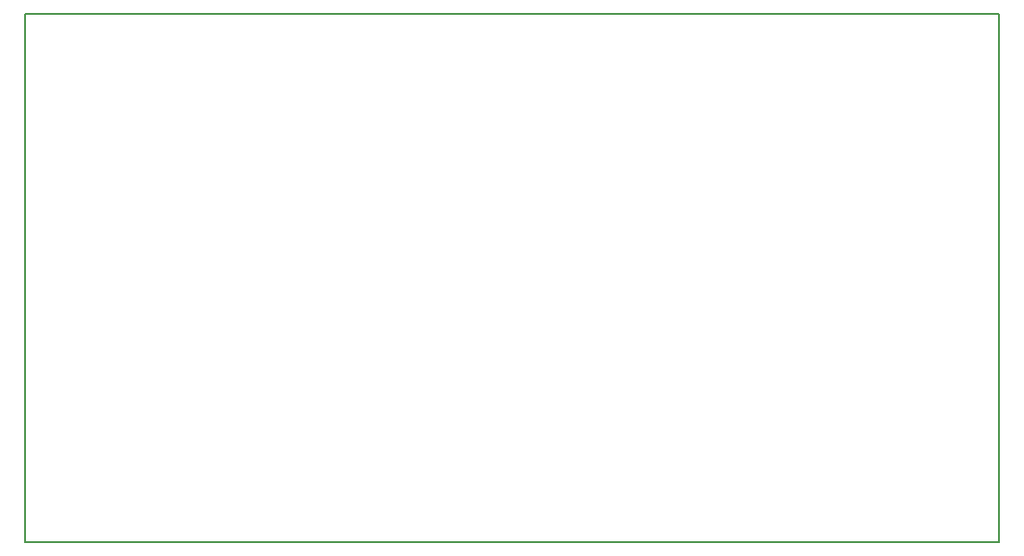
<source format=gbr>
G04 #@! TF.GenerationSoftware,KiCad,Pcbnew,5.0.1*
G04 #@! TF.CreationDate,2018-12-03T15:06:31-08:00*
G04 #@! TF.ProjectId,loop-amp,6C6F6F702D616D702E6B696361645F70,rev?*
G04 #@! TF.SameCoordinates,Original*
G04 #@! TF.FileFunction,Profile,NP*
%FSLAX46Y46*%
G04 Gerber Fmt 4.6, Leading zero omitted, Abs format (unit mm)*
G04 Created by KiCad (PCBNEW 5.0.1) date Mon 03 Dec 2018 03:06:31 PM PST*
%MOMM*%
%LPD*%
G01*
G04 APERTURE LIST*
%ADD10C,0.150000*%
G04 APERTURE END LIST*
D10*
X180340000Y-72390000D02*
X186690000Y-72390000D01*
X180340000Y-120650000D02*
X186690000Y-120650000D01*
X97790000Y-111760000D02*
X97790000Y-120650000D01*
X186690000Y-111760000D02*
X186690000Y-120650000D01*
X97790000Y-72390000D02*
X97790000Y-111760000D01*
X180340000Y-72390000D02*
X97790000Y-72390000D01*
X186690000Y-111760000D02*
X186690000Y-72390000D01*
X97790000Y-120650000D02*
X180340000Y-120650000D01*
M02*

</source>
